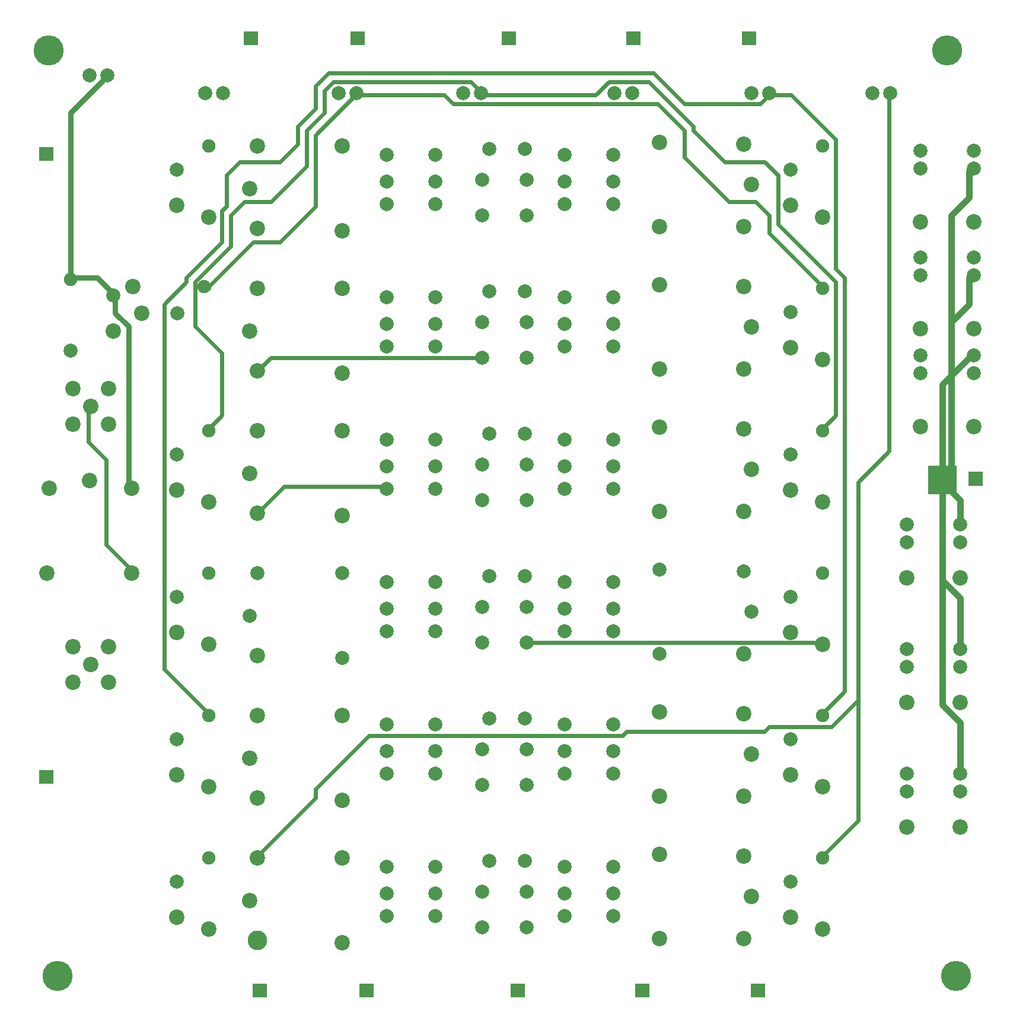
<source format=gbr>
%FSLAX34Y34*%
%MOMM*%
%LNCOPPER_TOP*%
G71*
G01*
%ADD10C,2.000*%
%ADD11C,1.900*%
%ADD12C,2.200*%
%ADD13C,2.000*%
%ADD14C,2.000*%
%ADD15C,4.300*%
%ADD16C,2.200*%
%ADD17C,2.200*%
%ADD18C,2.800*%
%ADD19C,0.800*%
%ADD20C,0.600*%
%ADD21C,0.900*%
%LPD*%
X-785675Y-29175D02*
G54D10*
D03*
X-760175Y-29175D02*
G54D10*
D03*
X-595175Y-29175D02*
G54D10*
D03*
X-569675Y-29175D02*
G54D10*
D03*
X-273050Y-117350D02*
G54D10*
D03*
X-203200Y-117350D02*
G54D10*
D03*
X-273050Y-187200D02*
G54D10*
D03*
X-203200Y-187200D02*
G54D10*
D03*
X-203200Y-155450D02*
G54D10*
D03*
X-273050Y-155450D02*
G54D10*
D03*
X-329159Y-108579D02*
G54D10*
D03*
X-380140Y-108691D02*
G54D10*
D03*
X-527050Y-117350D02*
G54D10*
D03*
X-457200Y-117350D02*
G54D10*
D03*
X-527050Y-187200D02*
G54D10*
D03*
X-457200Y-187200D02*
G54D10*
D03*
X-457200Y-155450D02*
G54D10*
D03*
X-527050Y-155450D02*
G54D10*
D03*
X-390223Y-152677D02*
G54D10*
D03*
X-390110Y-203658D02*
G54D10*
D03*
X-326723Y-152677D02*
G54D10*
D03*
X-326610Y-203658D02*
G54D10*
D03*
X-781050Y-206250D02*
G54D11*
D03*
X-781050Y-104650D02*
G54D11*
D03*
X-417375Y-29175D02*
G54D10*
D03*
X-391875Y-29175D02*
G54D10*
D03*
X-201475Y-29175D02*
G54D10*
D03*
X-175975Y-29175D02*
G54D10*
D03*
X-6283Y-29067D02*
G54D10*
D03*
X19217Y-29067D02*
G54D10*
D03*
X-974750Y-450750D02*
G54D12*
D03*
X-923950Y-450750D02*
G54D12*
D03*
X-949350Y-476150D02*
G54D12*
D03*
X-923950Y-501550D02*
G54D12*
D03*
X-974750Y-501550D02*
G54D12*
D03*
X-974750Y-819050D02*
G54D12*
D03*
X-923950Y-819050D02*
G54D12*
D03*
X-949350Y-844450D02*
G54D12*
D03*
X-923950Y-869850D02*
G54D12*
D03*
X-974750Y-869850D02*
G54D12*
D03*
X-527050Y-187200D02*
G54D13*
D03*
X-457200Y-187200D02*
G54D13*
D03*
X-390111Y-203658D02*
G54D13*
D03*
X-326610Y-203658D02*
G54D13*
D03*
X-273050Y-187200D02*
G54D13*
D03*
X-203200Y-187200D02*
G54D13*
D03*
X-974750Y-450750D02*
G54D13*
D03*
X-923950Y-450750D02*
G54D13*
D03*
X-974750Y-501550D02*
G54D13*
D03*
X-923950Y-501550D02*
G54D13*
D03*
X-974750Y-819050D02*
G54D14*
D03*
X-923950Y-819050D02*
G54D13*
D03*
X-974750Y-869850D02*
G54D13*
D03*
X-923950Y-869850D02*
G54D13*
D03*
X-977900Y-396750D02*
G54D11*
D03*
X-977900Y-295150D02*
G54D11*
D03*
X-917273Y-317777D02*
G54D10*
D03*
X-917160Y-368758D02*
G54D10*
D03*
X-950775Y-3775D02*
G54D10*
D03*
X-925275Y-3775D02*
G54D10*
D03*
X-977900Y-396750D02*
G54D13*
D03*
G36*
X-730750Y59350D02*
X-710750Y59350D01*
X-710750Y39350D01*
X-730750Y39350D01*
X-730750Y59350D01*
G37*
G36*
X-578350Y59350D02*
X-558350Y59350D01*
X-558350Y39350D01*
X-578350Y39350D01*
X-578350Y59350D01*
G37*
G36*
X-362450Y59350D02*
X-342450Y59350D01*
X-342450Y39350D01*
X-362450Y39350D01*
X-362450Y59350D01*
G37*
G36*
X-184650Y59350D02*
X-164650Y59350D01*
X-164650Y39350D01*
X-184650Y39350D01*
X-184650Y59350D01*
G37*
G36*
X-19550Y59350D02*
X450Y59350D01*
X450Y39350D01*
X-19550Y39350D01*
X-19550Y59350D01*
G37*
X166825Y-29175D02*
G54D10*
D03*
X192325Y-29175D02*
G54D10*
D03*
X-1009650Y31750D02*
G54D15*
D03*
X273050Y31750D02*
G54D15*
D03*
X285750Y-1289050D02*
G54D15*
D03*
X-996950Y-1289050D02*
G54D15*
D03*
G36*
X-1002850Y-105750D02*
X-1002850Y-125750D01*
X-1022850Y-125750D01*
X-1022850Y-105750D01*
X-1002850Y-105750D01*
G37*
G36*
X-1002850Y-994750D02*
X-1002850Y-1014750D01*
X-1022850Y-1014750D01*
X-1022850Y-994750D01*
X-1002850Y-994750D01*
G37*
X-590550Y-225300D02*
G54D12*
D03*
X-711200Y-222126D02*
G54D12*
D03*
X-590550Y-104650D02*
G54D12*
D03*
X-711200Y-104650D02*
G54D12*
D03*
X-722312Y-164975D02*
G54D12*
D03*
X-826624Y-138205D02*
G54D10*
D03*
X-826512Y-189185D02*
G54D10*
D03*
X-826512Y-189185D02*
G54D12*
D03*
X-137456Y-98912D02*
G54D12*
D03*
X-16806Y-102086D02*
G54D12*
D03*
X-137456Y-219562D02*
G54D12*
D03*
X-16806Y-219562D02*
G54D12*
D03*
X-5694Y-159237D02*
G54D12*
D03*
X95250Y-206250D02*
G54D11*
D03*
X95250Y-104650D02*
G54D11*
D03*
X49676Y-138205D02*
G54D10*
D03*
X49788Y-189185D02*
G54D10*
D03*
X49788Y-189185D02*
G54D12*
D03*
X-273050Y-320550D02*
G54D10*
D03*
X-203200Y-320550D02*
G54D10*
D03*
X-273050Y-390400D02*
G54D10*
D03*
X-203200Y-390400D02*
G54D10*
D03*
X-203200Y-358650D02*
G54D10*
D03*
X-273050Y-358650D02*
G54D10*
D03*
X-329159Y-311779D02*
G54D10*
D03*
X-380140Y-311891D02*
G54D10*
D03*
X-527050Y-320550D02*
G54D10*
D03*
X-457200Y-320550D02*
G54D10*
D03*
X-527050Y-390400D02*
G54D10*
D03*
X-457200Y-390400D02*
G54D10*
D03*
X-457200Y-358650D02*
G54D10*
D03*
X-527050Y-358650D02*
G54D10*
D03*
X-390223Y-355877D02*
G54D10*
D03*
X-390110Y-406858D02*
G54D10*
D03*
X-326723Y-355877D02*
G54D10*
D03*
X-326610Y-406858D02*
G54D10*
D03*
X-527050Y-390400D02*
G54D13*
D03*
X-457200Y-390400D02*
G54D13*
D03*
X-390111Y-406858D02*
G54D13*
D03*
X-326610Y-406858D02*
G54D13*
D03*
X-273050Y-390400D02*
G54D13*
D03*
X-203200Y-390400D02*
G54D13*
D03*
X-590550Y-428500D02*
G54D12*
D03*
X-711200Y-425326D02*
G54D12*
D03*
X-590550Y-307850D02*
G54D12*
D03*
X-711200Y-307850D02*
G54D12*
D03*
X-722312Y-368175D02*
G54D12*
D03*
X-825500Y-342900D02*
G54D10*
D03*
X-876480Y-343012D02*
G54D10*
D03*
X-137456Y-302112D02*
G54D12*
D03*
X-16806Y-305286D02*
G54D12*
D03*
X-137456Y-422762D02*
G54D12*
D03*
X-16806Y-422762D02*
G54D12*
D03*
X-5694Y-362437D02*
G54D12*
D03*
X95250Y-409450D02*
G54D11*
D03*
X95250Y-307850D02*
G54D11*
D03*
X49676Y-341405D02*
G54D10*
D03*
X49788Y-392385D02*
G54D10*
D03*
X49788Y-392385D02*
G54D12*
D03*
X-273050Y-523750D02*
G54D10*
D03*
X-203200Y-523750D02*
G54D10*
D03*
X-273050Y-593600D02*
G54D10*
D03*
X-203200Y-593600D02*
G54D10*
D03*
X-203200Y-561850D02*
G54D10*
D03*
X-273050Y-561850D02*
G54D10*
D03*
X-329159Y-514979D02*
G54D10*
D03*
X-380140Y-515091D02*
G54D10*
D03*
X-527050Y-523750D02*
G54D10*
D03*
X-457200Y-523750D02*
G54D10*
D03*
X-527050Y-593600D02*
G54D10*
D03*
X-457200Y-593600D02*
G54D10*
D03*
X-457200Y-561850D02*
G54D10*
D03*
X-527050Y-561850D02*
G54D10*
D03*
X-390223Y-559077D02*
G54D10*
D03*
X-390110Y-610058D02*
G54D10*
D03*
X-326723Y-559077D02*
G54D10*
D03*
X-326610Y-610058D02*
G54D10*
D03*
X-781050Y-612650D02*
G54D11*
D03*
X-781050Y-511050D02*
G54D11*
D03*
X-527050Y-593600D02*
G54D13*
D03*
X-457200Y-593600D02*
G54D13*
D03*
X-390111Y-610058D02*
G54D13*
D03*
X-326610Y-610058D02*
G54D13*
D03*
X-273050Y-593600D02*
G54D13*
D03*
X-203200Y-593600D02*
G54D13*
D03*
X-590550Y-631700D02*
G54D12*
D03*
X-711200Y-628526D02*
G54D12*
D03*
X-590550Y-511050D02*
G54D12*
D03*
X-711200Y-511050D02*
G54D12*
D03*
X-722312Y-571375D02*
G54D12*
D03*
X-826624Y-544605D02*
G54D10*
D03*
X-826512Y-595585D02*
G54D10*
D03*
X-826512Y-595585D02*
G54D12*
D03*
X-137456Y-505312D02*
G54D12*
D03*
X-16806Y-508486D02*
G54D12*
D03*
X-137456Y-625962D02*
G54D12*
D03*
X-16806Y-625962D02*
G54D12*
D03*
X-5694Y-565637D02*
G54D12*
D03*
X95250Y-612650D02*
G54D11*
D03*
X95250Y-511050D02*
G54D11*
D03*
X49676Y-544605D02*
G54D10*
D03*
X49788Y-595585D02*
G54D10*
D03*
X49788Y-595585D02*
G54D12*
D03*
X-273050Y-726950D02*
G54D10*
D03*
X-203200Y-726950D02*
G54D10*
D03*
X-273050Y-796800D02*
G54D10*
D03*
X-203200Y-796800D02*
G54D10*
D03*
X-203200Y-765050D02*
G54D10*
D03*
X-273050Y-765050D02*
G54D10*
D03*
X-329159Y-718179D02*
G54D10*
D03*
X-380140Y-718291D02*
G54D10*
D03*
X-527050Y-726950D02*
G54D10*
D03*
X-457200Y-726950D02*
G54D10*
D03*
X-527050Y-796800D02*
G54D10*
D03*
X-457200Y-796800D02*
G54D10*
D03*
X-457200Y-765050D02*
G54D10*
D03*
X-527050Y-765050D02*
G54D10*
D03*
X-390223Y-762277D02*
G54D10*
D03*
X-390110Y-813258D02*
G54D10*
D03*
X-326723Y-762277D02*
G54D10*
D03*
X-326610Y-813258D02*
G54D10*
D03*
X-781050Y-815850D02*
G54D11*
D03*
X-781050Y-714250D02*
G54D11*
D03*
X-527050Y-796800D02*
G54D13*
D03*
X-457200Y-796800D02*
G54D13*
D03*
X-390111Y-813258D02*
G54D13*
D03*
X-326610Y-813258D02*
G54D13*
D03*
X-273050Y-796800D02*
G54D13*
D03*
X-203200Y-796800D02*
G54D13*
D03*
X-590550Y-834900D02*
G54D14*
D03*
X-711200Y-831726D02*
G54D14*
D03*
X-590550Y-714250D02*
G54D14*
D03*
X-711200Y-714250D02*
G54D14*
D03*
X-722312Y-774575D02*
G54D14*
D03*
X-826624Y-747804D02*
G54D10*
D03*
X-826512Y-798785D02*
G54D10*
D03*
X-826512Y-798785D02*
G54D12*
D03*
X-137456Y-708512D02*
G54D14*
D03*
X-16806Y-711686D02*
G54D14*
D03*
X-137456Y-829162D02*
G54D14*
D03*
X-16806Y-829162D02*
G54D14*
D03*
X-5694Y-768837D02*
G54D14*
D03*
X95250Y-815850D02*
G54D11*
D03*
X95250Y-714250D02*
G54D11*
D03*
X49676Y-747804D02*
G54D10*
D03*
X49788Y-798785D02*
G54D10*
D03*
X49788Y-798785D02*
G54D12*
D03*
X-273050Y-930150D02*
G54D10*
D03*
X-203200Y-930150D02*
G54D10*
D03*
X-273050Y-1000000D02*
G54D10*
D03*
X-203200Y-1000000D02*
G54D10*
D03*
X-203200Y-968250D02*
G54D10*
D03*
X-273050Y-968250D02*
G54D10*
D03*
X-329159Y-921379D02*
G54D10*
D03*
X-380140Y-921491D02*
G54D10*
D03*
X-527050Y-930150D02*
G54D10*
D03*
X-457200Y-930150D02*
G54D10*
D03*
X-527050Y-1000000D02*
G54D10*
D03*
X-457200Y-1000000D02*
G54D10*
D03*
X-457200Y-968250D02*
G54D10*
D03*
X-527050Y-968250D02*
G54D10*
D03*
X-390223Y-965477D02*
G54D10*
D03*
X-390110Y-1016458D02*
G54D10*
D03*
X-326723Y-965477D02*
G54D10*
D03*
X-326610Y-1016458D02*
G54D10*
D03*
X-781050Y-1019050D02*
G54D11*
D03*
X-781050Y-917450D02*
G54D11*
D03*
X-527050Y-1000000D02*
G54D13*
D03*
X-457200Y-1000000D02*
G54D13*
D03*
X-390111Y-1016458D02*
G54D13*
D03*
X-326610Y-1016458D02*
G54D13*
D03*
X-273050Y-1000000D02*
G54D13*
D03*
X-203200Y-1000000D02*
G54D13*
D03*
X-590550Y-1038100D02*
G54D12*
D03*
X-711200Y-1034926D02*
G54D12*
D03*
X-590550Y-917450D02*
G54D12*
D03*
X-711200Y-917450D02*
G54D12*
D03*
X-722312Y-977775D02*
G54D12*
D03*
X-826624Y-951004D02*
G54D10*
D03*
X-826512Y-1001985D02*
G54D10*
D03*
X-826512Y-1001985D02*
G54D12*
D03*
X-137456Y-911712D02*
G54D12*
D03*
X-16806Y-914886D02*
G54D12*
D03*
X-137456Y-1032362D02*
G54D12*
D03*
X-16806Y-1032362D02*
G54D12*
D03*
X-5694Y-972037D02*
G54D12*
D03*
X95250Y-1019050D02*
G54D11*
D03*
X95250Y-917450D02*
G54D11*
D03*
X49676Y-951004D02*
G54D10*
D03*
X49788Y-1001985D02*
G54D10*
D03*
X49788Y-1001985D02*
G54D12*
D03*
X-273050Y-1133350D02*
G54D10*
D03*
X-203200Y-1133350D02*
G54D10*
D03*
X-273050Y-1203200D02*
G54D10*
D03*
X-203200Y-1203200D02*
G54D10*
D03*
X-203200Y-1171450D02*
G54D10*
D03*
X-273050Y-1171450D02*
G54D10*
D03*
X-329159Y-1124579D02*
G54D10*
D03*
X-380140Y-1124691D02*
G54D10*
D03*
X-527050Y-1133350D02*
G54D10*
D03*
X-457200Y-1133350D02*
G54D10*
D03*
X-527050Y-1203200D02*
G54D10*
D03*
X-457200Y-1203200D02*
G54D10*
D03*
X-457200Y-1171450D02*
G54D10*
D03*
X-527050Y-1171450D02*
G54D10*
D03*
X-390223Y-1168677D02*
G54D10*
D03*
X-390110Y-1219658D02*
G54D10*
D03*
X-326723Y-1168677D02*
G54D10*
D03*
X-326610Y-1219658D02*
G54D10*
D03*
X-781050Y-1222250D02*
G54D11*
D03*
X-781050Y-1120650D02*
G54D11*
D03*
X-527050Y-1203200D02*
G54D13*
D03*
X-457200Y-1203200D02*
G54D13*
D03*
X-390111Y-1219658D02*
G54D13*
D03*
X-326610Y-1219658D02*
G54D13*
D03*
X-273050Y-1203200D02*
G54D13*
D03*
X-203200Y-1203200D02*
G54D13*
D03*
X-590550Y-1241300D02*
G54D12*
D03*
X-711200Y-1238126D02*
G54D12*
D03*
X-590550Y-1120650D02*
G54D12*
D03*
X-711200Y-1120650D02*
G54D12*
D03*
X-722312Y-1180975D02*
G54D12*
D03*
X-826624Y-1154204D02*
G54D10*
D03*
X-826512Y-1205185D02*
G54D10*
D03*
X-826512Y-1205185D02*
G54D12*
D03*
X-137456Y-1114912D02*
G54D12*
D03*
X-16806Y-1118086D02*
G54D12*
D03*
X-137456Y-1235562D02*
G54D12*
D03*
X-16806Y-1235562D02*
G54D12*
D03*
X-5694Y-1175237D02*
G54D12*
D03*
X95250Y-1222250D02*
G54D11*
D03*
X95250Y-1120650D02*
G54D11*
D03*
X49676Y-1154204D02*
G54D10*
D03*
X49788Y-1205185D02*
G54D10*
D03*
X49788Y-1205185D02*
G54D12*
D03*
X-781050Y-612650D02*
G54D12*
D03*
X-781050Y-815850D02*
G54D12*
D03*
X-781050Y-1019050D02*
G54D12*
D03*
X95250Y-1222250D02*
G54D12*
D03*
X95250Y-1019050D02*
G54D12*
D03*
X95250Y-815850D02*
G54D12*
D03*
X95250Y-612650D02*
G54D12*
D03*
X95250Y-409450D02*
G54D12*
D03*
X95250Y-206250D02*
G54D12*
D03*
X-1011397Y-713559D02*
G54D12*
D03*
X-1008223Y-592909D02*
G54D12*
D03*
X-890747Y-713559D02*
G54D12*
D03*
X-890747Y-592909D02*
G54D12*
D03*
X-951072Y-581796D02*
G54D12*
D03*
X-711200Y-222126D02*
G54D16*
D03*
X-16806Y-219562D02*
G54D17*
D03*
X-711200Y-425326D02*
G54D17*
D03*
X-16806Y-422762D02*
G54D12*
D03*
X-711200Y-628526D02*
G54D17*
D03*
X-16806Y-625962D02*
G54D12*
D03*
X-711200Y-831726D02*
G54D12*
D03*
X-16806Y-829162D02*
G54D12*
D03*
X-711200Y-1034926D02*
G54D17*
D03*
X-16806Y-1032362D02*
G54D17*
D03*
X-711200Y-1238126D02*
G54D18*
D03*
X-16806Y-1235562D02*
G54D12*
D03*
X-1008223Y-592909D02*
G54D12*
D03*
G54D19*
X-890747Y-592909D02*
X-889000Y-590550D01*
X-895350Y-584200D01*
X-895350Y-361950D01*
X-914400Y-342900D01*
X-914400Y-317500D01*
X-917273Y-317777D01*
G54D19*
X-925275Y-3775D02*
X-927100Y-6350D01*
X-977900Y-57150D01*
X-977900Y-292100D01*
X-977900Y-295150D01*
G54D19*
X-917273Y-317777D02*
X-914400Y-317500D01*
X-939800Y-292100D01*
X-977900Y-292100D01*
X-977900Y-295150D01*
G54D20*
X-781050Y-307850D02*
X-781050Y-304800D01*
X-717550Y-241300D01*
X-679450Y-241300D01*
X-628650Y-190500D01*
X-628650Y-88900D01*
X-571500Y-31750D01*
X-569675Y-29175D01*
G54D20*
X95250Y-307850D02*
X95250Y-304800D01*
X19050Y-228600D01*
X19050Y-203200D01*
X0Y-184150D01*
X-38100Y-184150D01*
X-101600Y-120650D01*
X-101600Y-82550D01*
X-139700Y-44450D01*
X-431800Y-44450D01*
X-444500Y-31750D01*
X-571500Y-31750D01*
X-569675Y-29175D01*
G54D20*
X-781050Y-511050D02*
X-781050Y-508000D01*
X-762000Y-488950D01*
X-762000Y-400050D01*
X-800100Y-361950D01*
X-800100Y-298450D01*
X-749300Y-247650D01*
X-749300Y-203200D01*
X-730250Y-184150D01*
X-692150Y-184150D01*
X-641350Y-133350D01*
X-641350Y-82550D01*
X-615950Y-57150D01*
X-615950Y-25400D01*
X-603250Y-12700D01*
X-406400Y-12700D01*
X-393700Y-25400D01*
X-393700Y-31750D01*
X-391875Y-29175D01*
G54D20*
X95250Y-511050D02*
X95250Y-508000D01*
X114300Y-488950D01*
X114300Y-298450D01*
X31750Y-215900D01*
X31750Y-146050D01*
X12700Y-127000D01*
X-44450Y-127000D01*
X-88900Y-82550D01*
X-88900Y-76200D01*
X-152400Y-12700D01*
X-209550Y-12700D01*
X-228600Y-31750D01*
X-393700Y-31750D01*
X-391875Y-29175D01*
G54D20*
X95250Y-917450D02*
X95250Y-914400D01*
X127000Y-882650D01*
X127000Y-292100D01*
X114300Y-279400D01*
X114300Y-95250D01*
X50800Y-31750D01*
X19050Y-31750D01*
X19217Y-29067D01*
G54D20*
X-781050Y-917450D02*
X-781050Y-914400D01*
X-844550Y-850900D01*
X-844550Y-330200D01*
X-812800Y-298450D01*
X-812800Y-292100D01*
X-762000Y-241300D01*
X-762000Y-196850D01*
X-755650Y-190500D01*
X-755650Y-146050D01*
X-736600Y-127000D01*
X-679450Y-127000D01*
X-654050Y-101600D01*
X-654050Y-76200D01*
X-628650Y-50800D01*
X-628650Y-19050D01*
X-609600Y0D01*
X-146050Y0D01*
X-101600Y-44450D01*
X6350Y-44450D01*
X19050Y-31750D01*
X19217Y-29067D01*
G54D20*
X-711200Y-1120650D02*
X-711200Y-1117600D01*
X-628650Y-1035050D01*
X-628650Y-1022350D01*
X-552450Y-946150D01*
X-190500Y-946150D01*
X-184150Y-939800D01*
X12700Y-939800D01*
X19050Y-933450D01*
X107950Y-933450D01*
X146050Y-895350D01*
X146050Y-584200D01*
X190500Y-539750D01*
X190500Y-31750D01*
X192325Y-29175D01*
G54D20*
X95250Y-1120650D02*
X95250Y-1117600D01*
X146050Y-1066800D01*
X146050Y-584200D01*
X190500Y-539750D01*
X190500Y-31750D01*
X192325Y-29175D01*
G54D20*
X-890747Y-713559D02*
X-889000Y-711200D01*
X-927100Y-673100D01*
X-927100Y-552450D01*
X-952500Y-527050D01*
X-952500Y-476250D01*
X-949350Y-476150D01*
G36*
X-718050Y-1299550D02*
X-698050Y-1299550D01*
X-698050Y-1319550D01*
X-718050Y-1319550D01*
X-718050Y-1299550D01*
G37*
G36*
X-565650Y-1299550D02*
X-545650Y-1299550D01*
X-545650Y-1319550D01*
X-565650Y-1319550D01*
X-565650Y-1299550D01*
G37*
G36*
X-349750Y-1299550D02*
X-329750Y-1299550D01*
X-329750Y-1319550D01*
X-349750Y-1319550D01*
X-349750Y-1299550D01*
G37*
G36*
X-171950Y-1299550D02*
X-151950Y-1299550D01*
X-151950Y-1319550D01*
X-171950Y-1319550D01*
X-171950Y-1299550D01*
G37*
G36*
X-6850Y-1299550D02*
X13150Y-1299550D01*
X13150Y-1319550D01*
X-6850Y-1319550D01*
X-6850Y-1299550D01*
G37*
X-781050Y-206250D02*
G54D12*
D03*
X-876480Y-343012D02*
G54D12*
D03*
X-826512Y-189185D02*
G54D12*
D03*
X-781050Y-206250D02*
G54D12*
D03*
X-917160Y-368758D02*
G54D12*
D03*
X-781050Y-1222250D02*
G54D12*
D03*
X95250Y-1222250D02*
G54D12*
D03*
X49788Y-1205185D02*
G54D12*
D03*
G54D20*
X-711200Y-628526D02*
X-711200Y-628650D01*
X-673100Y-590550D01*
X-527050Y-590550D01*
X-527050Y-593600D01*
G54D20*
X-711200Y-425326D02*
X-711200Y-425450D01*
X-692150Y-406400D01*
X-387350Y-406400D01*
X-390111Y-406858D01*
X-889000Y-304800D02*
G54D11*
D03*
X-787400Y-304800D02*
G54D11*
D03*
X-889000Y-304800D02*
G54D12*
D03*
G54D20*
X95250Y-815850D02*
X95250Y-812800D01*
X-323850Y-812800D01*
X-326610Y-813258D01*
X234950Y-288800D02*
G54D10*
D03*
X311150Y-288800D02*
G54D10*
D03*
X234950Y-288800D02*
G54D10*
D03*
X234950Y-365000D02*
G54D10*
D03*
X311150Y-288800D02*
G54D10*
D03*
X311150Y-365000D02*
G54D10*
D03*
X234950Y-365000D02*
G54D12*
D03*
X311150Y-365000D02*
G54D12*
D03*
X234950Y-428500D02*
G54D10*
D03*
X311150Y-428500D02*
G54D10*
D03*
X234950Y-428500D02*
G54D10*
D03*
X234950Y-504700D02*
G54D10*
D03*
X311150Y-428500D02*
G54D10*
D03*
X311150Y-504700D02*
G54D10*
D03*
X234950Y-504700D02*
G54D12*
D03*
X311150Y-504700D02*
G54D12*
D03*
X234950Y-136400D02*
G54D10*
D03*
X311150Y-136400D02*
G54D10*
D03*
X234950Y-136400D02*
G54D10*
D03*
X234950Y-212600D02*
G54D10*
D03*
X311150Y-136400D02*
G54D10*
D03*
X311150Y-212600D02*
G54D10*
D03*
X234950Y-212600D02*
G54D12*
D03*
X311150Y-212600D02*
G54D12*
D03*
X215900Y-644400D02*
G54D10*
D03*
X292100Y-644400D02*
G54D10*
D03*
X215900Y-644400D02*
G54D10*
D03*
X215900Y-720600D02*
G54D10*
D03*
X292100Y-644400D02*
G54D10*
D03*
X292100Y-720600D02*
G54D10*
D03*
X215900Y-720600D02*
G54D12*
D03*
X292100Y-720600D02*
G54D12*
D03*
X215900Y-822200D02*
G54D10*
D03*
X292100Y-822200D02*
G54D10*
D03*
X215900Y-822200D02*
G54D10*
D03*
X215900Y-898400D02*
G54D10*
D03*
X292100Y-822200D02*
G54D10*
D03*
X292100Y-898400D02*
G54D10*
D03*
X215900Y-898400D02*
G54D12*
D03*
X292100Y-898400D02*
G54D12*
D03*
X215900Y-1000000D02*
G54D10*
D03*
X292100Y-1000000D02*
G54D10*
D03*
X215900Y-1000000D02*
G54D10*
D03*
X215900Y-1076200D02*
G54D10*
D03*
X292100Y-1000000D02*
G54D10*
D03*
X292100Y-1076200D02*
G54D10*
D03*
X215900Y-1076200D02*
G54D12*
D03*
X292100Y-1076200D02*
G54D12*
D03*
G36*
X246700Y-560900D02*
X286700Y-560900D01*
X286700Y-600900D01*
X246700Y-600900D01*
X246700Y-560900D01*
G37*
X234950Y-111000D02*
G54D10*
D03*
X311150Y-111000D02*
G54D10*
D03*
X234950Y-263400D02*
G54D10*
D03*
X311150Y-263400D02*
G54D10*
D03*
X234950Y-403100D02*
G54D10*
D03*
X311150Y-403100D02*
G54D10*
D03*
X215900Y-669800D02*
G54D10*
D03*
X292100Y-669800D02*
G54D10*
D03*
X215900Y-847600D02*
G54D10*
D03*
X292100Y-847600D02*
G54D10*
D03*
X215900Y-1025400D02*
G54D10*
D03*
X292100Y-1025400D02*
G54D10*
D03*
G54D21*
X266700Y-580900D02*
X266700Y-584200D01*
X279400Y-571500D01*
X279400Y-203200D01*
X304800Y-177800D01*
X304800Y-139700D01*
X311150Y-136400D01*
G54D21*
X266700Y-580900D02*
X266700Y-584200D01*
X279400Y-571500D01*
X279400Y-355600D01*
X304800Y-330200D01*
X304800Y-292100D01*
X311150Y-288800D01*
G54D21*
X311150Y-403100D02*
X304800Y-406400D01*
X266700Y-444500D01*
X266700Y-584200D01*
X266700Y-580900D01*
G54D21*
X266700Y-580900D02*
X266700Y-584200D01*
X292100Y-609600D01*
X292100Y-647700D01*
X292100Y-644400D01*
G54D21*
X266700Y-580900D02*
X266700Y-584200D01*
X266700Y-901700D01*
X292100Y-927100D01*
X292100Y-1003300D01*
X292100Y-1000000D01*
G54D21*
X266700Y-580900D02*
X266700Y-584200D01*
X266700Y-723900D01*
X292100Y-749300D01*
X292100Y-825500D01*
X292100Y-822200D01*
G36*
X304300Y-569300D02*
X324300Y-569300D01*
X324300Y-589300D01*
X304300Y-589300D01*
X304300Y-569300D01*
G37*
M02*

</source>
